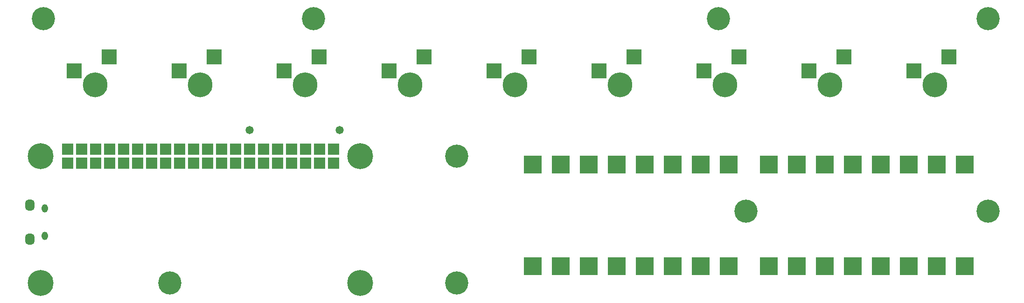
<source format=gbs>
G04*
G04 #@! TF.GenerationSoftware,Altium Limited,Altium Designer,22.7.1 (60)*
G04*
G04 Layer_Color=16711935*
%FSLAX44Y44*%
%MOMM*%
G71*
G04*
G04 #@! TF.SameCoordinates,DB13E346-2415-4756-B0CF-76E855EA8E03*
G04*
G04*
G04 #@! TF.FilePolarity,Negative*
G04*
G01*
G75*
G04:AMPARAMS|DCode=20|XSize=1.7532mm|YSize=2.0032mm|CornerRadius=0.6441mm|HoleSize=0mm|Usage=FLASHONLY|Rotation=0.000|XOffset=0mm|YOffset=0mm|HoleType=Round|Shape=RoundedRectangle|*
%AMROUNDEDRECTD20*
21,1,1.7532,0.7150,0,0,0.0*
21,1,0.4650,2.0032,0,0,0.0*
1,1,1.2882,0.2325,-0.3575*
1,1,1.2882,-0.2325,-0.3575*
1,1,1.2882,-0.2325,0.3575*
1,1,1.2882,0.2325,0.3575*
%
%ADD20ROUNDEDRECTD20*%
G04:AMPARAMS|DCode=21|XSize=1.4532mm|YSize=1.1532mm|CornerRadius=0.5291mm|HoleSize=0mm|Usage=FLASHONLY|Rotation=270.000|XOffset=0mm|YOffset=0mm|HoleType=Round|Shape=RoundedRectangle|*
%AMROUNDEDRECTD21*
21,1,1.4532,0.0950,0,0,270.0*
21,1,0.3950,1.1532,0,0,270.0*
1,1,1.0582,-0.0475,-0.1975*
1,1,1.0582,-0.0475,0.1975*
1,1,1.0582,0.0475,0.1975*
1,1,1.0582,0.0475,-0.1975*
%
%ADD21ROUNDEDRECTD21*%
%ADD22R,3.2032X3.2032*%
%ADD23R,2.7032X2.7032*%
%ADD24C,4.5032*%
%ADD25R,2.0032X2.0032*%
%ADD26R,2.0032X2.0032*%
%ADD27C,4.7032*%
%ADD28C,4.2032*%
%ADD29C,1.4732*%
D20*
X-254000Y79000D02*
D03*
Y141000D02*
D03*
D21*
X-227000Y85000D02*
D03*
Y135000D02*
D03*
D22*
X658600Y214800D02*
D03*
X1014200D02*
D03*
X963400D02*
D03*
X760200D02*
D03*
X709400D02*
D03*
X912600D02*
D03*
X811000D02*
D03*
X861800D02*
D03*
X1087000D02*
D03*
X1137800D02*
D03*
X1188600D02*
D03*
X1341000D02*
D03*
X1391800D02*
D03*
X1290200D02*
D03*
X1442600D02*
D03*
X1239400D02*
D03*
X658600Y30000D02*
D03*
X1014200D02*
D03*
X963400D02*
D03*
X760200D02*
D03*
X709400D02*
D03*
X912600D02*
D03*
X811000D02*
D03*
X861800D02*
D03*
X1087000D02*
D03*
X1137800D02*
D03*
X1188600D02*
D03*
X1341000D02*
D03*
X1391800D02*
D03*
X1290200D02*
D03*
X1442600D02*
D03*
X1239400D02*
D03*
D23*
X1350300Y385200D02*
D03*
X1413800Y410600D02*
D03*
X-173700Y385200D02*
D03*
X-110200Y410600D02*
D03*
X16800Y385200D02*
D03*
X80300Y410600D02*
D03*
X207300Y385200D02*
D03*
X270800Y410600D02*
D03*
X397800Y385200D02*
D03*
X461300Y410600D02*
D03*
X588300Y384800D02*
D03*
X651800Y410200D02*
D03*
X778800Y385200D02*
D03*
X842300Y410600D02*
D03*
X969300Y384800D02*
D03*
X1032800Y410200D02*
D03*
X1159800Y385200D02*
D03*
X1223300Y410600D02*
D03*
D24*
X1388400Y359800D02*
D03*
X-135600D02*
D03*
X54900D02*
D03*
X245400D02*
D03*
X435900D02*
D03*
X626400Y359400D02*
D03*
X816900Y359800D02*
D03*
X1007400Y359400D02*
D03*
X1197900Y359800D02*
D03*
D25*
X-109636Y217300D02*
D03*
X-84236D02*
D03*
X-135036D02*
D03*
X-160436D02*
D03*
X17364D02*
D03*
X-8036D02*
D03*
X-33436D02*
D03*
X-58836D02*
D03*
X-185836D02*
D03*
X-109636Y242700D02*
D03*
X-135036D02*
D03*
X-160436D02*
D03*
X-33436D02*
D03*
X17364D02*
D03*
X-8036D02*
D03*
X-58836D02*
D03*
X-84236D02*
D03*
X144364Y217300D02*
D03*
X169764D02*
D03*
X68164D02*
D03*
X118964D02*
D03*
X93564D02*
D03*
X245964D02*
D03*
X296764D02*
D03*
X271364D02*
D03*
X195164D02*
D03*
X220564D02*
D03*
X42764D02*
D03*
X144364Y242700D02*
D03*
X118964D02*
D03*
X42764D02*
D03*
X93564D02*
D03*
X68164D02*
D03*
X245964D02*
D03*
X296764D02*
D03*
X271364D02*
D03*
X169764D02*
D03*
X220564D02*
D03*
X195164D02*
D03*
D26*
X-185836D02*
D03*
D27*
X345464Y0D02*
D03*
X-234536D02*
D03*
Y230000D02*
D03*
X345464D02*
D03*
D28*
X1045000Y130000D02*
D03*
X0Y0D02*
D03*
X260000Y480000D02*
D03*
X995000D02*
D03*
D03*
X1485000D02*
D03*
X1485000Y130000D02*
D03*
X-230000Y480000D02*
D03*
X520000Y0D02*
D03*
Y230000D02*
D03*
D29*
X307587Y277742D02*
D03*
X144364D02*
D03*
M02*

</source>
